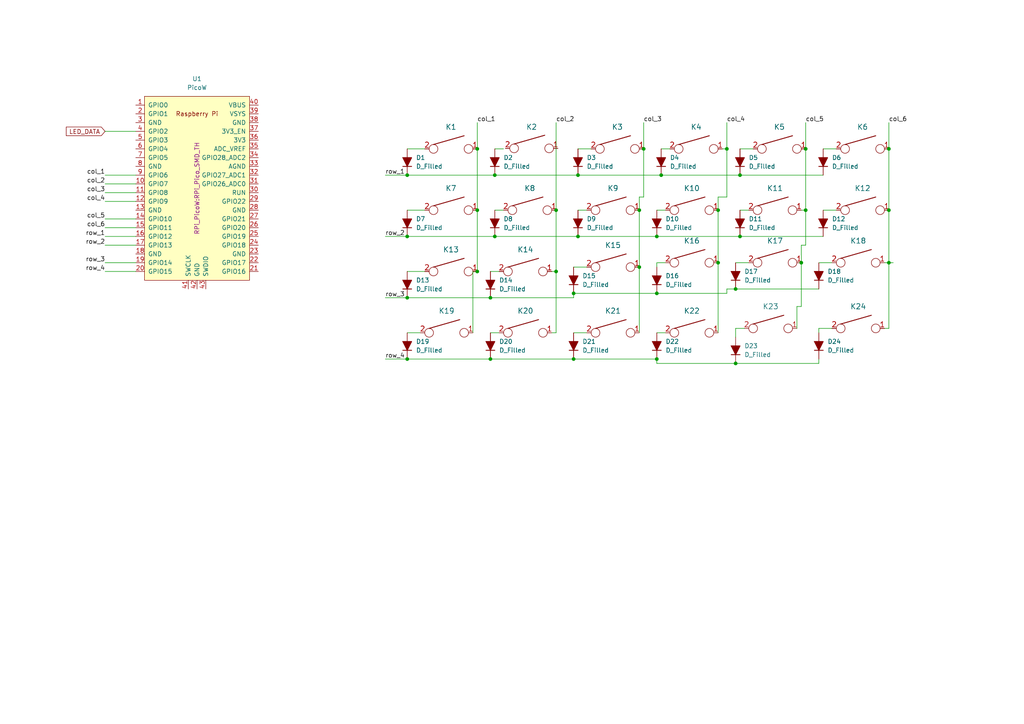
<source format=kicad_sch>
(kicad_sch (version 20231120) (generator "eeschema") (generator_version "8.0")
  (paper "A4")
  (lib_symbols
    (symbol "Device:D_Filled" (pin_numbers hide) (pin_names (offset 1.016) hide)
      (property "Reference" "D" (at 0 2.54 0))
      (property "Value" "D_Filled" (at 0 -2.54 0))
      (symbol "D_Filled_0_1"
        (polyline (pts (xy -1.27 1.27) (xy -1.27 -1.27)) (stroke (width 0.254)))
        (polyline (pts (xy 1.27 0) (xy -1.27 0)))
        (polyline (pts (xy 1.27 1.27) (xy 1.27 -1.27) (xy -1.27 0) (xy 1.27 1.27)) (stroke (width 0.254)) (fill (type outline)))
      )
      (symbol "D_Filled_1_1"
        (pin passive line (at -3.81 0 0) (length 2.54) (name "K") (number "1"))
        (pin passive line (at 3.81 0 180) (length 2.54) (name "A") (number "2"))
      )
    )
    (symbol "LED:SK6812" (pin_names (offset 0.254))
      (property "Reference" "D" (at 5.08 5.715 0))
      (property "Value" "SK6812" (at 1.27 -5.715 0))
      (symbol "SK6812_0_0"
        (text "RGB" (at 2.286 -4.191 0) (effects (font (size 0.762 0.762))))
      )
      (symbol "SK6812_0_1"
        (polyline (pts (xy 1.27 -3.556) (xy 1.778 -3.556)))
        (polyline (pts (xy 1.27 -2.54) (xy 1.778 -2.54)))
        (polyline (pts (xy 4.699 -3.556) (xy 2.667 -3.556)))
        (polyline (pts (xy 2.286 -2.54) (xy 1.27 -3.556) (xy 1.27 -3.048)))
        (polyline (pts (xy 2.286 -1.524) (xy 1.27 -2.54) (xy 1.27 -2.032)))
        (polyline (pts (xy 3.683 -1.016) (xy 3.683 -3.556) (xy 3.683 -4.064)))
        (polyline (pts (xy 4.699 -1.524) (xy 2.667 -1.524) (xy 3.683 -3.556) (xy 4.699 -1.524)))
        (rectangle (start 5.08 5.08) (end -5.08 -5.08) (stroke (width 0.254)) (fill (type background)))
      )
      (symbol "SK6812_1_1"
        (pin power_in line (at 0 -7.62 90) (length 2.54) (name "VSS") (number "1"))
        (pin input line (at -7.62 0 0) (length 2.54) (name "DIN") (number "2"))
        (pin power_in line (at 0 7.62 270) (length 2.54) (name "VDD") (number "3"))
        (pin output line (at 7.62 0 180) (length 2.54) (name "DOUT") (number "4"))
      )
    )
    (symbol "keyboard_parts:KEYSW" (pin_names (offset 1.016))
      (property "Reference" "K?" (at -1.27 0 0))
      (symbol "KEYSW_0_1"
        (circle (center -5.08 0) (radius 1.27))
        (polyline (pts (xy -5.08 1.27) (xy 3.81 3.81)) (stroke (width 0.254)))
        (circle (center 5.08 0) (radius 1.27))
      )
      (symbol "KEYSW_1_1"
        (pin passive line (at 7.62 0 180) (length 1.27) (name "~") (number "1"))
        (pin passive line (at -7.62 0 0) (length 1.27) (name "~") (number "2"))
      )
    )
    (symbol "pi:PicoW" (pin_names (offset 1.016))
      (property "Reference" "U" (at -13.97 27.94 0))
      (property "Value" "PicoW" (at 0 19.05 0))
      (symbol "PicoW_0_0"
        (text "Raspberry Pi" (at 0 21.59 0) (effects (font (size 1.27 1.27))))
      )
      (symbol "PicoW_0_1"
        (rectangle (start -15.24 26.67) (end 15.24 -26.67) (fill (type background)))
      )
      (symbol "PicoW_1_1"
        (pin bidirectional line (at -17.78 24.13 0) (length 2.54) (name "GPIO0") (number "1"))
        (pin bidirectional line (at -17.78 1.27 0) (length 2.54) (name "GPIO7") (number "10"))
        (pin bidirectional line (at -17.78 -1.27 0) (length 2.54) (name "GPIO8") (number "11"))
        (pin bidirectional line (at -17.78 -3.81 0) (length 2.54) (name "GPIO9") (number "12"))
        (pin power_in line (at -17.78 -6.35 0) (length 2.54) (name "GND") (number "13"))
        (pin bidirectional line (at -17.78 -8.89 0) (length 2.54) (name "GPIO10") (number "14"))
        (pin bidirectional line (at -17.78 -11.43 0) (length 2.54) (name "GPIO11") (number "15"))
        (pin bidirectional line (at -17.78 -13.97 0) (length 2.54) (name "GPIO12") (number "16"))
        (pin bidirectional line (at -17.78 -16.51 0) (length 2.54) (name "GPIO13") (number "17"))
        (pin power_in line (at -17.78 -19.05 0) (length 2.54) (name "GND") (number "18"))
        (pin bidirectional line (at -17.78 -21.59 0) (length 2.54) (name "GPIO14") (number "19"))
        (pin bidirectional line (at -17.78 21.59 0) (length 2.54) (name "GPIO1") (number "2"))
        (pin bidirectional line (at -17.78 -24.13 0) (length 2.54) (name "GPIO15") (number "20"))
        (pin bidirectional line (at 17.78 -24.13 180) (length 2.54) (name "GPIO16") (number "21"))
        (pin bidirectional line (at 17.78 -21.59 180) (length 2.54) (name "GPIO17") (number "22"))
        (pin power_in line (at 17.78 -19.05 180) (length 2.54) (name "GND") (number "23"))
        (pin bidirectional line (at 17.78 -16.51 180) (length 2.54) (name "GPIO18") (number "24"))
        (pin bidirectional line (at 17.78 -13.97 180) (length 2.54) (name "GPIO19") (number "25"))
        (pin bidirectional line (at 17.78 -11.43 180) (length 2.54) (name "GPIO20") (number "26"))
        (pin bidirectional line (at 17.78 -8.89 180) (length 2.54) (name "GPIO21") (number "27"))
        (pin power_in line (at 17.78 -6.35 180) (length 2.54) (name "GND") (number "28"))
        (pin bidirectional line (at 17.78 -3.81 180) (length 2.54) (name "GPIO22") (number "29"))
        (pin power_in line (at -17.78 19.05 0) (length 2.54) (name "GND") (number "3"))
        (pin input line (at 17.78 -1.27 180) (length 2.54) (name "RUN") (number "30"))
        (pin bidirectional line (at 17.78 1.27 180) (length 2.54) (name "GPIO26_ADC0") (number "31"))
        (pin bidirectional line (at 17.78 3.81 180) (length 2.54) (name "GPIO27_ADC1") (number "32"))
        (pin power_in line (at 17.78 6.35 180) (length 2.54) (name "AGND") (number "33"))
        (pin bidirectional line (at 17.78 8.89 180) (length 2.54) (name "GPIO28_ADC2") (number "34"))
        (pin unspecified line (at 17.78 11.43 180) (length 2.54) (name "ADC_VREF") (number "35"))
        (pin unspecified line (at 17.78 13.97 180) (length 2.54) (name "3V3") (number "36"))
        (pin input line (at 17.78 16.51 180) (length 2.54) (name "3V3_EN") (number "37"))
        (pin bidirectional line (at 17.78 19.05 180) (length 2.54) (name "GND") (number "38"))
        (pin unspecified line (at 17.78 21.59 180) (length 2.54) (name "VSYS") (number "39"))
        (pin bidirectional line (at -17.78 16.51 0) (length 2.54) (name "GPIO2") (number "4"))
        (pin unspecified line (at 17.78 24.13 180) (length 2.54) (name "VBUS") (number "40"))
        (pin input line (at -2.54 -29.21 90) (length 2.54) (name "SWCLK") (number "41"))
        (pin power_in line (at 0 -29.21 90) (length 2.54) (name "GND") (number "42"))
        (pin bidirectional line (at 2.54 -29.21 90) (length 2.54) (name "SWDIO") (number "43"))
        (pin bidirectional line (at -17.78 13.97 0) (length 2.54) (name "GPIO3") (number "5"))
        (pin bidirectional line (at -17.78 11.43 0) (length 2.54) (name "GPIO4") (number "6"))
        (pin bidirectional line (at -17.78 8.89 0) (length 2.54) (name "GPIO5") (number "7"))
        (pin power_in line (at -17.78 6.35 0) (length 2.54) (name "GND") (number "8"))
        (pin bidirectional line (at -17.78 3.81 0) (length 2.54) (name "GPIO6") (number "9"))
      )
    )
    (symbol "power:GND" (power) (pin_numbers hide) (pin_names (offset 0) hide)
      (property "Value" "GND" (at 0 -3.81 0))
      (symbol "GND_0_1"
        (polyline (pts (xy 0 0) (xy 0 -1.27) (xy 1.27 -1.27) (xy 0 -2.54) (xy -1.27 -1.27) (xy 0 -1.27)))
      )
      (symbol "GND_1_1"
        (pin power_in line (at 0 0 270) (length 0) (name "~") (number "1"))
      )
    )
  )
  (junction (at 143.51 68.58))
  (junction (at 170.18 -134.62))
  (junction (at 252.73 -114.3))
  (junction (at 213.36 83.82))
  (junction (at 127 -149.86))
  (junction (at 170.18 -114.3))
  (junction (at 190.5 -129.54))
  (junction (at 212.09 -153.67))
  (junction (at 190.5 85.09))
  (junction (at 138.43 60.96))
  (junction (at 167.64 68.58))
  (junction (at 257.81 43.18))
  (junction (at 118.11 68.58))
  (junction (at 148.59 -95.25))
  (junction (at 233.68 43.18))
  (junction (at 148.59 -168.91))
  (junction (at 161.29 78.74))
  (junction (at 170.18 -168.91))
  (junction (at 208.28 76.2))
  (junction (at 186.69 43.18))
  (junction (at 212.09 -129.54))
  (junction (at 166.37 104.14))
  (junction (at 232.41 -168.91))
  (junction (at 232.41 -129.54))
  (junction (at 185.42 77.47))
  (junction (at 118.11 50.8))
  (junction (at 190.5 -114.3))
  (junction (at 257.81 76.2))
  (junction (at 213.36 105.41))
  (junction (at 148.59 -114.3))
  (junction (at 212.09 -114.3))
  (junction (at 143.51 50.8))
  (junction (at 190.5 -149.86))
  (junction (at 127 -114.3))
  (junction (at 142.24 86.36))
  (junction (at 232.41 76.2))
  (junction (at 148.59 -134.62))
  (junction (at 161.29 60.96))
  (junction (at 115.57 -168.91))
  (junction (at 232.41 -153.67))
  (junction (at 170.18 -153.67))
  (junction (at 118.11 86.36))
  (junction (at 232.41 -134.62))
  (junction (at 212.09 -149.86))
  (junction (at 170.18 -149.86))
  (junction (at 166.37 85.09))
  (junction (at 148.59 -149.86))
  (junction (at 148.59 -129.54))
  (junction (at 115.57 -134.62))
  (junction (at 190.5 104.14))
  (junction (at 167.64 50.8))
  (junction (at 232.41 -149.86))
  (junction (at 190.5 68.58))
  (junction (at 142.24 104.14))
  (junction (at 232.41 -95.25))
  (junction (at 115.57 -129.54))
  (junction (at 190.5 -134.62))
  (junction (at 214.63 50.8))
  (junction (at 210.82 43.18))
  (junction (at 212.09 -134.62))
  (junction (at 190.5 -153.67))
  (junction (at 257.81 60.96))
  (junction (at 212.09 -95.25))
  (junction (at 190.5 -168.91))
  (junction (at 191.77 50.8))
  (junction (at 148.59 -153.67))
  (junction (at 170.18 -95.25))
  (junction (at 212.09 -168.91))
  (junction (at 138.43 43.18))
  (junction (at 185.42 60.96))
  (junction (at 190.5 -95.25))
  (junction (at 214.63 68.58))
  (junction (at 208.28 60.96))
  (junction (at 138.43 78.74))
  (junction (at 233.68 60.96))
  (junction (at 118.11 104.14))
  (junction (at 232.41 -114.3))
  (junction (at 170.18 -129.54))
  (no_connect (at 140.97 -102.87))
  (wire (pts (xy 30.48 63.5) (xy 39.37 63.5)))
  (wire (pts (xy 167.64 43.18) (xy 171.45 43.18)))
  (wire (pts (xy 191.77 43.18) (xy 194.31 43.18)))
  (wire (pts (xy 138.43 35.56) (xy 138.43 43.18)))
  (wire (pts (xy 30.48 71.12) (xy 39.37 71.12)))
  (wire (pts (xy 148.59 -149.86) (xy 170.18 -149.86)))
  (wire (pts (xy 193.04 76.2) (xy 190.5 76.2)))
  (wire (pts (xy 115.57 -129.54) (xy 115.57 -95.25)))
  (wire (pts (xy 271.78 -121.92) (xy 271.78 -102.87)))
  (wire (pts (xy 252.73 -129.54) (xy 232.41 -129.54)))
  (wire (pts (xy 148.59 -153.67) (xy 127 -153.67)))
  (wire (pts (xy 127 -149.86) (xy 127 -114.3)))
  (wire (pts (xy 185.42 60.96) (xy 185.42 57.15)))
  (wire (pts (xy 214.63 43.18) (xy 218.44 43.18)))
  (wire (pts (xy 148.59 -114.3) (xy 127 -114.3)))
  (wire (pts (xy 185.42 77.47) (xy 185.42 60.96)))
  (wire (pts (xy 30.48 68.58) (xy 39.37 68.58)))
  (wire (pts (xy 213.36 76.2) (xy 217.17 76.2)))
  (wire (pts (xy 166.37 86.36) (xy 166.37 85.09)))
  (wire (pts (xy 212.09 -168.91) (xy 190.5 -168.91)))
  (wire (pts (xy 214.63 68.58) (xy 238.76 68.58)))
  (wire (pts (xy 148.59 -114.3) (xy 148.59 -110.49)))
  (wire (pts (xy 214.63 50.8) (xy 238.76 50.8)))
  (wire (pts (xy 143.51 50.8) (xy 167.64 50.8)))
  (wire (pts (xy 213.36 83.82) (xy 237.49 83.82)))
  (wire (pts (xy 190.5 -134.62) (xy 212.09 -134.62)))
  (wire (pts (xy 143.51 43.18) (xy 146.05 43.18)))
  (wire (pts (xy 170.18 -134.62) (xy 190.5 -134.62)))
  (wire (pts (xy 115.57 -134.62) (xy 148.59 -134.62)))
  (wire (pts (xy 166.37 77.47) (xy 170.18 77.47)))
  (wire (pts (xy 118.11 96.52) (xy 121.92 96.52)))
  (wire (pts (xy 118.11 86.36) (xy 142.24 86.36)))
  (wire (pts (xy 198.12 -142.24) (xy 204.47 -142.24)))
  (wire (pts (xy 166.37 96.52) (xy 170.18 96.52)))
  (wire (pts (xy 142.24 86.36) (xy 166.37 86.36)))
  (wire (pts (xy 271.78 -142.24) (xy 260.35 -142.24)))
  (wire (pts (xy 115.57 -134.62) (xy 115.57 -129.54)))
  (wire (pts (xy 148.59 -134.62) (xy 170.18 -134.62)))
  (wire (pts (xy 142.24 104.14) (xy 166.37 104.14)))
  (wire (pts (xy 134.62 -161.29) (xy 140.97 -161.29)))
  (wire (pts (xy 190.5 105.41) (xy 190.5 104.14)))
  (wire (pts (xy 134.62 -121.92) (xy 140.97 -121.92)))
  (wire (pts (xy 186.69 35.56) (xy 186.69 43.18)))
  (wire (pts (xy 166.37 85.09) (xy 190.5 85.09)))
  (wire (pts (xy 167.64 60.96) (xy 170.18 60.96)))
  (wire (pts (xy 148.59 -95.25) (xy 115.57 -95.25)))
  (wire (pts (xy 257.81 95.25) (xy 257.81 76.2)))
  (wire (pts (xy 170.18 -95.25) (xy 148.59 -95.25)))
  (wire (pts (xy 30.48 55.88) (xy 39.37 55.88)))
  (wire (pts (xy 170.18 -129.54) (xy 148.59 -129.54)))
  (wire (pts (xy 30.48 58.42) (xy 39.37 58.42)))
  (wire (pts (xy 219.71 -102.87) (xy 224.79 -102.87)))
  (wire (pts (xy 190.5 68.58) (xy 214.63 68.58)))
  (wire (pts (xy 219.71 -142.24) (xy 224.79 -142.24)))
  (wire (pts (xy 252.73 -114.3) (xy 252.73 -110.49)))
  (wire (pts (xy 238.76 43.18) (xy 242.57 43.18)))
  (wire (pts (xy 170.18 -153.67) (xy 148.59 -153.67)))
  (wire (pts (xy 148.59 -168.91) (xy 115.57 -168.91)))
  (wire (pts (xy 232.41 71.12) (xy 233.68 71.12)))
  (wire (pts (xy 213.36 83.82) (xy 210.82 83.82)))
  (wire (pts (xy 30.48 66.04) (xy 39.37 66.04)))
  (wire (pts (xy 232.41 -168.91) (xy 212.09 -168.91)))
  (wire (pts (xy 161.29 78.74) (xy 160.02 78.74)))
  (wire (pts (xy 237.49 105.41) (xy 213.36 105.41)))
  (wire (pts (xy 161.29 60.96) (xy 161.29 78.74)))
  (wire (pts (xy 127 -153.67) (xy 127 -149.86)))
  (wire (pts (xy 212.09 -114.3) (xy 212.09 -110.49)))
  (wire (pts (xy 30.48 38.1) (xy 39.37 38.1)))
  (wire (pts (xy 219.71 -121.92) (xy 224.79 -121.92)))
  (wire (pts (xy 231.14 88.9) (xy 232.41 88.9)))
  (wire (pts (xy 156.21 -121.92) (xy 162.56 -121.92)))
  (wire (pts (xy 260.35 -121.92) (xy 271.78 -121.92)))
  (wire (pts (xy 115.57 -168.91) (xy 115.57 -134.62)))
  (wire (pts (xy 257.81 35.56) (xy 257.81 43.18)))
  (wire (pts (xy 190.5 -153.67) (xy 170.18 -153.67)))
  (wire (pts (xy 30.48 78.74) (xy 39.37 78.74)))
  (wire (pts (xy 118.11 60.96) (xy 123.19 60.96)))
  (wire (pts (xy 198.12 -102.87) (xy 204.47 -102.87)))
  (wire (pts (xy 177.8 -121.92) (xy 182.88 -121.92)))
  (wire (pts (xy 208.28 76.2) (xy 208.28 60.96)))
  (wire (pts (xy 232.41 76.2) (xy 232.41 71.12)))
  (wire (pts (xy 237.49 104.14) (xy 237.49 105.41)))
  (wire (pts (xy 190.5 -95.25) (xy 170.18 -95.25)))
  (wire (pts (xy 212.09 -134.62) (xy 232.41 -134.62)))
  (wire (pts (xy 232.41 88.9) (xy 232.41 76.2)))
  (wire (pts (xy 137.16 78.74) (xy 137.16 96.52)))
  (wire (pts (xy 259.08 76.2) (xy 257.81 76.2)))
  (wire (pts (xy 111.76 68.58) (xy 118.11 68.58)))
  (wire (pts (xy 111.76 104.14) (xy 118.11 104.14)))
  (wire (pts (xy 177.8 -142.24) (xy 182.88 -142.24)))
  (wire (pts (xy 156.21 -161.29) (xy 162.56 -161.29)))
  (wire (pts (xy 233.68 60.96) (xy 232.41 60.96)))
  (wire (pts (xy 191.77 50.8) (xy 214.63 50.8)))
  (wire (pts (xy 190.5 76.2) (xy 190.5 77.47)))
  (wire (pts (xy 142.24 96.52) (xy 144.78 96.52)))
  (wire (pts (xy 137.16 78.74) (xy 138.43 78.74)))
  (wire (pts (xy 215.9 95.25) (xy 213.36 95.25)))
  (wire (pts (xy 118.11 43.18) (xy 123.19 43.18)))
  (wire (pts (xy 271.78 -161.29) (xy 271.78 -142.24)))
  (wire (pts (xy 237.49 76.2) (xy 241.3 76.2)))
  (wire (pts (xy 252.73 -168.91) (xy 232.41 -168.91)))
  (wire (pts (xy 232.41 -95.25) (xy 212.09 -95.25)))
  (wire (pts (xy 232.41 -129.54) (xy 212.09 -129.54)))
  (wire (pts (xy 252.73 -95.25) (xy 232.41 -95.25)))
  (wire (pts (xy 177.8 -102.87) (xy 182.88 -102.87)))
  (wire (pts (xy 257.81 43.18) (xy 257.81 60.96)))
  (wire (pts (xy 237.49 96.52) (xy 237.49 95.25)))
  (wire (pts (xy 190.5 -114.3) (xy 190.5 -110.49)))
  (wire (pts (xy 256.54 95.25) (xy 257.81 95.25)))
  (wire (pts (xy 115.57 -168.91) (xy 106.68 -168.91)))
  (wire (pts (xy 138.43 60.96) (xy 138.43 78.74)))
  (wire (pts (xy 177.8 -161.29) (xy 182.88 -161.29)))
  (wire (pts (xy 232.41 -114.3) (xy 252.73 -114.3)))
  (wire (pts (xy 212.09 -95.25) (xy 190.5 -95.25)))
  (wire (pts (xy 170.18 -149.86) (xy 190.5 -149.86)))
  (wire (pts (xy 240.03 -102.87) (xy 245.11 -102.87)))
  (wire (pts (xy 212.09 -153.67) (xy 190.5 -153.67)))
  (wire (pts (xy 237.49 95.25) (xy 241.3 95.25)))
  (wire (pts (xy 160.02 96.52) (xy 161.29 96.52)))
  (wire (pts (xy 210.82 85.09) (xy 190.5 85.09)))
  (wire (pts (xy 232.41 -134.62) (xy 252.73 -134.62)))
  (wire (pts (xy 260.35 -161.29) (xy 271.78 -161.29)))
  (wire (pts (xy 190.5 -129.54) (xy 170.18 -129.54)))
  (wire (pts (xy 214.63 60.96) (xy 217.17 60.96)))
  (wire (pts (xy 257.81 76.2) (xy 256.54 76.2)))
  (wire (pts (xy 212.09 -129.54) (xy 190.5 -129.54)))
  (wire (pts (xy 271.78 -102.87) (xy 260.35 -102.87)))
  (wire (pts (xy 167.64 50.8) (xy 191.77 50.8)))
  (wire (pts (xy 143.51 60.96) (xy 146.05 60.96)))
  (wire (pts (xy 148.59 -129.54) (xy 115.57 -129.54)))
  (wire (pts (xy 210.82 35.56) (xy 210.82 43.18)))
  (wire (pts (xy 118.11 68.58) (xy 143.51 68.58)))
  (wire (pts (xy 252.73 -153.67) (xy 232.41 -153.67)))
  (wire (pts (xy 127 -114.3) (xy 127 -111.76)))
  (wire (pts (xy 208.28 57.15) (xy 210.82 57.15)))
  (wire (pts (xy 213.36 105.41) (xy 190.5 105.41)))
  (wire (pts (xy 170.18 -114.3) (xy 170.18 -110.49)))
  (wire (pts (xy 232.41 -149.86) (xy 252.73 -149.86)))
  (wire (pts (xy 185.42 57.15) (xy 186.69 57.15)))
  (wire (pts (xy 167.64 68.58) (xy 190.5 68.58)))
  (wire (pts (xy 257.81 60.96) (xy 257.81 76.2)))
  (wire (pts (xy 212.09 -114.3) (xy 232.41 -114.3)))
  (wire (pts (xy 190.5 -168.91) (xy 170.18 -168.91)))
  (wire (pts (xy 233.68 60.96) (xy 233.68 71.12)))
  (wire (pts (xy 190.5 -149.86) (xy 212.09 -149.86)))
  (wire (pts (xy 190.5 -114.3) (xy 212.09 -114.3)))
  (wire (pts (xy 231.14 95.25) (xy 231.14 88.9)))
  (wire (pts (xy 118.11 78.74) (xy 123.19 78.74)))
  (wire (pts (xy 156.21 -142.24) (xy 162.56 -142.24)))
  (wire (pts (xy 186.69 57.15) (xy 186.69 43.18)))
  (wire (pts (xy 30.48 53.34) (xy 39.37 53.34)))
  (wire (pts (xy 166.37 104.14) (xy 190.5 104.14)))
  (wire (pts (xy 198.12 -161.29) (xy 204.47 -161.29)))
  (wire (pts (xy 238.76 60.96) (xy 242.57 60.96)))
  (wire (pts (xy 170.18 -114.3) (xy 190.5 -114.3)))
  (wire (pts (xy 190.5 60.96) (xy 193.04 60.96)))
  (wire (pts (xy 138.43 43.18) (xy 138.43 60.96)))
  (wire (pts (xy 118.11 50.8) (xy 143.51 50.8)))
  (wire (pts (xy 30.48 50.8) (xy 39.37 50.8)))
  (wire (pts (xy 170.18 -168.91) (xy 148.59 -168.91)))
  (wire (pts (xy 156.21 -102.87) (xy 162.56 -102.87)))
  (wire (pts (xy 240.03 -121.92) (xy 245.11 -121.92)))
  (wire (pts (xy 208.28 96.52) (xy 208.28 76.2)))
  (wire (pts (xy 233.68 43.18) (xy 233.68 60.96)))
  (wire (pts (xy 198.12 -121.92) (xy 204.47 -121.92)))
  (wire (pts (xy 111.76 50.8) (xy 118.11 50.8)))
  (wire (pts (xy 143.51 68.58) (xy 167.64 68.58)))
  (wire (pts (xy 30.48 76.2) (xy 39.37 76.2)))
  (wire (pts (xy 210.82 43.18) (xy 209.55 43.18)))
  (wire (pts (xy 140.97 -142.24) (xy 134.62 -142.24)))
  (wire (pts (xy 240.03 -161.29) (xy 245.11 -161.29)))
  (wire (pts (xy 190.5 96.52) (xy 193.04 96.52)))
  (wire (pts (xy 111.76 86.36) (xy 118.11 86.36)))
  (wire (pts (xy 118.11 104.14) (xy 142.24 104.14)))
  (wire (pts (xy 219.71 -161.29) (xy 224.79 -161.29)))
  (wire (pts (xy 134.62 -142.24) (xy 134.62 -121.92)))
  (wire (pts (xy 232.41 -114.3) (xy 232.41 -110.49)))
  (wire (pts (xy 213.36 95.25) (xy 213.36 97.79)))
  (wire (pts (xy 210.82 57.15) (xy 210.82 43.18)))
  (wire (pts (xy 233.68 35.56) (xy 233.68 43.18)))
  (wire (pts (xy 161.29 78.74) (xy 161.29 96.52)))
  (wire (pts (xy 142.24 78.74) (xy 144.78 78.74)))
  (wire (pts (xy 232.41 -153.67) (xy 212.09 -153.67)))
  (wire (pts (xy 240.03 -142.24) (xy 245.11 -142.24)))
  (wire (pts (xy 208.28 60.96) (xy 208.28 57.15)))
  (wire (pts (xy 212.09 -149.86) (xy 232.41 -149.86)))
  (wire (pts (xy 148.59 -114.3) (xy 170.18 -114.3)))
  (wire (pts (xy 185.42 96.52) (xy 185.42 77.47)))
  (wire (pts (xy 127 -149.86) (xy 148.59 -149.86)))
  (wire (pts (xy 210.82 83.82) (xy 210.82 85.09)))
  (wire (pts (xy 161.29 35.56) (xy 161.29 60.96)))
  (label "col_1" (at 30.48 50.8 180))
  (label "row_3" (at 111.76 86.36 0))
  (label "col_3" (at 186.69 35.56 0))
  (label "col_2" (at 161.29 35.56 0))
  (label "row_4" (at 111.76 104.14 0))
  (label "col_3" (at 30.48 55.88 180))
  (label "col_4" (at 210.82 35.56 0))
  (label "col_5" (at 30.48 63.5 180))
  (label "row_4" (at 30.48 78.74 180))
  (label "col_6" (at 257.81 35.56 0))
  (label "row_1" (at 30.48 68.58 180))
  (label "row_3" (at 30.48 76.2 180))
  (label "row_2" (at 111.76 68.58 0))
  (label "col_1" (at 138.43 35.56 0))
  (label "row_2" (at 30.48 71.12 180))
  (label "col_2" (at 30.48 53.34 180))
  (label "row_1" (at 111.76 50.8 0))
  (label "col_5" (at 233.68 35.56 0))
  (label "col_6" (at 30.48 66.04 180))
  (label "col_4" (at 30.48 58.42 180))
  (global_label "LED_DATA" (shape input) (at 30.48 38.1 180) (property "Intersheetrefs" "${INTERSHEET_REFS}" (effects (hide yes))))
  (global_label "5V" (shape input) (at 106.68 -168.91 180) (property "Intersheetrefs" "${INTERSHEET_REFS}" (effects (hide yes))))
  (global_label "LED_DATA" (shape input) (at 22.86 -167.64 180) (property "Intersheetrefs" "${INTERSHEET_REFS}" (effects (hide yes))))
  (symbol (lib_id "LED:SK6812") (at 190.5 -121.92 0) (unit 1)
    (property "Reference" "LED_15" (at 200.66 -128.2386 0))
    (property "Value" "SK6812" (at 200.66 -125.6986 0))
    (property "Footprint" "LED_SMD:LED_SK6812_PLCC4_5.0x5.0mm_P3.2mm" (effects (hide yes)))
    (property "Datasheet" "https://cdn-shop.adafruit.com/product-files/1138/SK6812+LED+datasheet+.pdf" (effects (hide yes)))
    (property "Description" "RGB LED with integrated controller" (effects (hide yes)))
  )
  (symbol (lib_id "LED:SK6812") (at 252.73 -142.24 180) (unit 1)
    (property "Reference" "LED_7" (at 262.89 -147.7362 0))
    (property "Value" "SK6812" (at 262.89 -145.1962 0))
    (property "Footprint" "LED_SMD:LED_SK6812_PLCC4_5.0x5.0mm_P3.2mm" (effects (hide yes)))
    (property "Datasheet" "https://cdn-shop.adafruit.com/product-files/1138/SK6812+LED+datasheet+.pdf" (effects (hide yes)))
    (property "Description" "RGB LED with integrated controller" (effects (hide yes)))
  )
  (symbol (lib_id "Device:D_Filled") (at 143.51 64.77 90) (unit 1)
    (property "Reference" "D8" (at 146.05 63.4999 90) (effects (justify right)))
    (property "Value" "D_Filled" (at 146.05 66.0399 90) (effects (justify right)))
    (property "Description" "Diode, filled shape" (effects (hide yes)))
    (property "Sim.Device" "D" (effects (hide yes)))
    (property "Sim.Pins" "1=K 2=A" (effects (hide yes)))
  )
  (symbol (lib_id "Device:D_Filled") (at 118.11 82.55 90) (unit 1)
    (property "Reference" "D13" (at 120.65 81.2799 90) (effects (justify right)))
    (property "Value" "D_Filled" (at 120.65 83.8199 90) (effects (justify right)))
    (property "Description" "Diode, filled shape" (effects (hide yes)))
    (property "Sim.Device" "D" (effects (hide yes)))
    (property "Sim.Pins" "1=K 2=A" (effects (hide yes)))
  )
  (symbol (lib_id "keyboard_parts:KEYSW") (at 177.8 96.52 0) (unit 1)
    (property "Reference" "K21" (at 177.8 90.17 0) (effects (font (size 1.524 1.524))))
    (property "Value" "KEYSW" (effects (hide yes)))
  )
  (symbol (lib_id "LED:SK6812") (at 212.09 -121.92 0) (unit 1)
    (property "Reference" "LED_16" (at 222.25 -128.2386 0))
    (property "Value" "SK6812" (at 222.25 -125.6986 0))
    (property "Footprint" "LED_SMD:LED_SK6812_PLCC4_5.0x5.0mm_P3.2mm" (effects (hide yes)))
    (property "Datasheet" "https://cdn-shop.adafruit.com/product-files/1138/SK6812+LED+datasheet+.pdf" (effects (hide yes)))
    (property "Description" "RGB LED with integrated controller" (effects (hide yes)))
  )
  (symbol (lib_id "keyboard_parts:KEYSW") (at 179.07 43.18 0) (unit 1)
    (property "Reference" "K3" (at 179.07 36.83 0) (effects (font (size 1.524 1.524))))
    (property "Value" "KEYSW" (effects (hide yes)))
  )
  (symbol (lib_id "Device:D_Filled") (at 167.64 46.99 90) (unit 1)
    (property "Reference" "D3" (at 170.18 45.7199 90) (effects (justify right)))
    (property "Value" "D_Filled" (at 170.18 48.2599 90) (effects (justify right)))
    (property "Description" "Diode, filled shape" (effects (hide yes)))
    (property "Sim.Device" "D" (effects (hide yes)))
    (property "Sim.Pins" "1=K 2=A" (effects (hide yes)))
  )
  (symbol (lib_id "keyboard_parts:KEYSW") (at 248.92 76.2 0) (unit 1)
    (property "Reference" "K18" (at 248.92 69.85 0) (effects (font (size 1.524 1.524))))
    (property "Value" "KEYSW" (effects (hide yes)))
  )
  (symbol (lib_id "keyboard_parts:KEYSW") (at 224.79 76.2 0) (unit 1)
    (property "Reference" "K17" (at 224.79 69.85 0) (effects (font (size 1.524 1.524))))
    (property "Value" "KEYSW" (effects (hide yes)))
  )
  (symbol (lib_id "keyboard_parts:KEYSW") (at 154.1957 43.0321 0) (unit 1)
    (property "Reference" "K2" (at 154.1957 36.83 0) (effects (font (size 1.524 1.524))))
    (property "Value" "KEYSW" (effects (hide yes)))
  )
  (symbol (lib_id "LED:SK6812") (at 148.59 -102.87 180) (unit 1)
    (property "Reference" "LED_24" (at 158.75 -108.3662 0))
    (property "Value" "SK6812" (at 158.75 -105.8262 0))
    (property "Footprint" "LED_SMD:LED_SK6812_PLCC4_5.0x5.0mm_P3.2mm" (effects (hide yes)))
    (property "Datasheet" "https://cdn-shop.adafruit.com/product-files/1138/SK6812+LED+datasheet+.pdf" (effects (hide yes)))
    (property "Description" "RGB LED with integrated controller" (effects (hide yes)))
  )
  (symbol (lib_id "Device:D_Filled") (at 237.49 100.33 90) (unit 1)
    (property "Reference" "D24" (at 240.03 99.0599 90) (effects (justify right)))
    (property "Value" "D_Filled" (at 240.03 101.5999 90) (effects (justify right)))
    (property "Description" "Diode, filled shape" (effects (hide yes)))
    (property "Sim.Device" "D" (effects (hide yes)))
    (property "Sim.Pins" "1=K 2=A" (effects (hide yes)))
  )
  (symbol (lib_id "Device:D_Filled") (at 213.36 101.6 90) (unit 1)
    (property "Reference" "D23" (at 215.9 100.3299 90) (effects (justify right)))
    (property "Value" "D_Filled" (at 215.9 102.8699 90) (effects (justify right)))
    (property "Description" "Diode, filled shape" (effects (hide yes)))
    (property "Sim.Device" "D" (effects (hide yes)))
    (property "Sim.Pins" "1=K 2=A" (effects (hide yes)))
  )
  (symbol (lib_id "LED:SK6812") (at 148.59 -121.92 0) (unit 1)
    (property "Reference" "LED_13" (at 158.75 -128.2386 0))
    (property "Value" "SK6812" (at 158.75 -125.6986 0))
    (property "Footprint" "LED_SMD:LED_SK6812_PLCC4_5.0x5.0mm_P3.2mm" (effects (hide yes)))
    (property "Datasheet" "https://cdn-shop.adafruit.com/product-files/1138/SK6812+LED+datasheet+.pdf" (effects (hide yes)))
    (property "Description" "RGB LED with integrated controller" (effects (hide yes)))
  )
  (symbol (lib_id "LED:SK6812") (at 170.18 -161.29 0) (unit 1)
    (property "Reference" "LED_2" (at 180.34 -167.6086 0))
    (property "Value" "SK6812" (at 180.34 -165.0686 0))
    (property "Footprint" "LED_SMD:LED_SK6812_PLCC4_5.0x5.0mm_P3.2mm" (effects (hide yes)))
    (property "Datasheet" "https://cdn-shop.adafruit.com/product-files/1138/SK6812+LED+datasheet+.pdf" (effects (hide yes)))
    (property "Description" "RGB LED with integrated controller" (effects (hide yes)))
  )
  (symbol (lib_id "Device:D_Filled") (at 238.76 64.77 90) (unit 1)
    (property "Reference" "D12" (at 241.3 63.4999 90) (effects (justify right)))
    (property "Value" "D_Filled" (at 241.3 66.0399 90) (effects (justify right)))
    (property "Description" "Diode, filled shape" (effects (hide yes)))
    (property "Sim.Device" "D" (effects (hide yes)))
    (property "Sim.Pins" "1=K 2=A" (effects (hide yes)))
  )
  (symbol (lib_id "keyboard_parts:KEYSW") (at 201.93 43.18 0) (unit 1)
    (property "Reference" "K4" (at 201.93 36.83 0) (effects (font (size 1.524 1.524))))
    (property "Value" "KEYSW" (effects (hide yes)))
  )
  (symbol (lib_id "LED:SK6812") (at 232.41 -121.92 0) (unit 1)
    (property "Reference" "LED_17" (at 242.57 -128.2386 0))
    (property "Value" "SK6812" (at 242.57 -125.6986 0))
    (property "Footprint" "LED_SMD:LED_SK6812_PLCC4_5.0x5.0mm_P3.2mm" (effects (hide yes)))
    (property "Datasheet" "https://cdn-shop.adafruit.com/product-files/1138/SK6812+LED+datasheet+.pdf" (effects (hide yes)))
    (property "Description" "RGB LED with integrated controller" (effects (hide yes)))
  )
  (symbol (lib_id "Device:D_Filled") (at 190.5 64.77 90) (unit 1)
    (property "Reference" "D10" (at 193.04 63.4999 90) (effects (justify right)))
    (property "Value" "D_Filled" (at 193.04 66.0399 90) (effects (justify right)))
    (property "Description" "Diode, filled shape" (effects (hide yes)))
    (property "Sim.Device" "D" (effects (hide yes)))
    (property "Sim.Pins" "1=K 2=A" (effects (hide yes)))
  )
  (symbol (lib_id "Device:D_Filled") (at 118.11 64.77 90) (unit 1)
    (property "Reference" "D7" (at 120.65 63.4999 90) (effects (justify right)))
    (property "Value" "D_Filled" (at 120.65 66.0399 90) (effects (justify right)))
    (property "Description" "Diode, filled shape" (effects (hide yes)))
    (property "Sim.Device" "D" (effects (hide yes)))
    (property "Sim.Pins" "1=K 2=A" (effects (hide yes)))
  )
  (symbol (lib_id "power:GND") (at 127 -111.76 0) (unit 1)
    (property "Reference" "#PWR01" (effects (hide yes)))
    (property "Value" "GND" (at 127 -105.41 0))
    (property "Description" "Power symbol creates a global label with name \"GND\" , ground" (effects (hide yes)))
  )
  (symbol (lib_id "keyboard_parts:KEYSW") (at 250.19 60.96 0) (unit 1)
    (property "Reference" "K12" (at 250.19 54.61 0) (effects (font (size 1.524 1.524))))
    (property "Value" "KEYSW" (effects (hide yes)))
  )
  (symbol (lib_id "Device:D_Filled") (at 238.76 46.99 90) (unit 1)
    (property "Reference" "D6" (at 241.3 45.7199 90) (effects (justify right)))
    (property "Value" "D_Filled" (at 241.3 48.2599 90) (effects (justify right)))
    (property "Description" "Diode, filled shape" (effects (hide yes)))
    (property "Sim.Device" "D" (effects (hide yes)))
    (property "Sim.Pins" "1=K 2=A" (effects (hide yes)))
  )
  (symbol (lib_id "keyboard_parts:KEYSW") (at 200.66 60.96 0) (unit 1)
    (property "Reference" "K10" (at 200.66 54.61 0) (effects (font (size 1.524 1.524))))
    (property "Value" "KEYSW" (effects (hide yes)))
  )
  (symbol (lib_id "Device:D_Filled") (at 237.49 80.01 90) (unit 1)
    (property "Reference" "D18" (at 240.03 78.7399 90) (effects (justify right)))
    (property "Value" "D_Filled" (at 240.03 81.2799 90) (effects (justify right)))
    (property "Description" "Diode, filled shape" (effects (hide yes)))
    (property "Sim.Device" "D" (effects (hide yes)))
    (property "Sim.Pins" "1=K 2=A" (effects (hide yes)))
  )
  (symbol (lib_id "keyboard_parts:KEYSW") (at 200.66 76.2 0) (unit 1)
    (property "Reference" "K16" (at 200.66 69.85 0) (effects (font (size 1.524 1.524))))
    (property "Value" "KEYSW" (effects (hide yes)))
  )
  (symbol (lib_id "LED:SK6812") (at 148.59 -161.29 0) (unit 1)
    (property "Reference" "LED_1" (at 158.75 -167.6086 0))
    (property "Value" "SK6812" (at 158.75 -165.0686 0))
    (property "Footprint" "LED_SMD:LED_SK6812_PLCC4_5.0x5.0mm_P3.2mm" (effects (hide yes)))
    (property "Datasheet" "https://cdn-shop.adafruit.com/product-files/1138/SK6812+LED+datasheet+.pdf" (effects (hide yes)))
    (property "Description" "RGB LED with integrated controller" (effects (hide yes)))
  )
  (symbol (lib_id "LED:SK6812") (at 190.5 -161.29 0) (unit 1)
    (property "Reference" "LED_3" (at 200.66 -167.6086 0))
    (property "Value" "SK6812" (at 200.66 -165.0686 0))
    (property "Footprint" "LED_SMD:LED_SK6812_PLCC4_5.0x5.0mm_P3.2mm" (effects (hide yes)))
    (property "Datasheet" "https://cdn-shop.adafruit.com/product-files/1138/SK6812+LED+datasheet+.pdf" (effects (hide yes)))
    (property "Description" "RGB LED with integrated controller" (effects (hide yes)))
  )
  (symbol (lib_id "keyboard_parts:KEYSW") (at 152.4 96.52 0) (unit 1)
    (property "Reference" "K20" (at 152.4 90.17 0) (effects (font (size 1.524 1.524))))
    (property "Value" "KEYSW" (effects (hide yes)))
  )
  (symbol (lib_id "keyboard_parts:KEYSW") (at 130.81 60.96 0) (unit 1)
    (property "Reference" "K7" (at 130.81 54.61 0) (effects (font (size 1.524 1.524))))
    (property "Value" "KEYSW" (effects (hide yes)))
  )
  (symbol (lib_id "Device:D_Filled") (at 213.36 80.01 90) (unit 1)
    (property "Reference" "D17" (at 215.9 78.7399 90) (effects (justify right)))
    (property "Value" "D_Filled" (at 215.9 81.2799 90) (effects (justify right)))
    (property "Description" "Diode, filled shape" (effects (hide yes)))
    (property "Sim.Device" "D" (effects (hide yes)))
    (property "Sim.Pins" "1=K 2=A" (effects (hide yes)))
  )
  (symbol (lib_id "Device:D_Filled") (at 190.5 81.28 90) (unit 1)
    (property "Reference" "D16" (at 193.04 80.0099 90) (effects (justify right)))
    (property "Value" "D_Filled" (at 193.04 82.5499 90) (effects (justify right)))
    (property "Description" "Diode, filled shape" (effects (hide yes)))
    (property "Sim.Device" "D" (effects (hide yes)))
    (property "Sim.Pins" "1=K 2=A" (effects (hide yes)))
  )
  (symbol (lib_id "LED:SK6812") (at 170.18 -102.87 180) (unit 1)
    (property "Reference" "LED_23" (at 180.34 -108.3662 0))
    (property "Value" "SK6812" (at 180.34 -105.8262 0))
    (property "Footprint" "LED_SMD:LED_SK6812_PLCC4_5.0x5.0mm_P3.2mm" (effects (hide yes)))
    (property "Datasheet" "https://cdn-shop.adafruit.com/product-files/1138/SK6812+LED+datasheet+.pdf" (effects (hide yes)))
    (property "Description" "RGB LED with integrated controller" (effects (hide yes)))
  )
  (symbol (lib_id "keyboard_parts:KEYSW") (at 152.4 78.74 0) (unit 1)
    (property "Reference" "K14" (at 152.4 72.39 0) (effects (font (size 1.524 1.524))))
    (property "Value" "KEYSW" (effects (hide yes)))
  )
  (symbol (lib_id "Device:D_Filled") (at 167.64 64.77 90) (unit 1)
    (property "Reference" "D9" (at 170.18 63.4999 90) (effects (justify right)))
    (property "Value" "D_Filled" (at 170.18 66.0399 90) (effects (justify right)))
    (property "Description" "Diode, filled shape" (effects (hide yes)))
    (property "Sim.Device" "D" (effects (hide yes)))
    (property "Sim.Pins" "1=K 2=A" (effects (hide yes)))
  )
  (symbol (lib_id "keyboard_parts:KEYSW") (at 130.81 78.74 0) (unit 1)
    (property "Reference" "K13" (at 130.81 72.39 0) (effects (font (size 1.524 1.524))))
    (property "Value" "KEYSW" (effects (hide yes)))
  )
  (symbol (lib_id "keyboard_parts:KEYSW") (at 248.92 95.25 0) (unit 1)
    (property "Reference" "K24" (at 248.92 88.9 0) (effects (font (size 1.524 1.524))))
    (property "Value" "KEYSW" (effects (hide yes)))
  )
  (symbol (lib_id "keyboard_parts:KEYSW") (at 177.8 77.47 0) (unit 1)
    (property "Reference" "K15" (at 177.8 71.12 0) (effects (font (size 1.524 1.524))))
    (property "Value" "KEYSW" (effects (hide yes)))
  )
  (symbol (lib_id "keyboard_parts:KEYSW") (at 226.06 43.18 0) (unit 1)
    (property "Reference" "K5" (at 226.06 36.83 0) (effects (font (size 1.524 1.524))))
    (property "Value" "KEYSW" (effects (hide yes)))
  )
  (symbol (lib_id "LED:SK6812") (at 232.41 -102.87 180) (unit 1)
    (property "Reference" "LED_20" (at 242.57 -108.3662 0))
    (property "Value" "SK6812" (at 242.57 -105.8262 0))
    (property "Footprint" "LED_SMD:LED_SK6812_PLCC4_5.0x5.0mm_P3.2mm" (effects (hide yes)))
    (property "Datasheet" "https://cdn-shop.adafruit.com/product-files/1138/SK6812+LED+datasheet+.pdf" (effects (hide yes)))
    (property "Description" "RGB LED with integrated controller" (effects (hide yes)))
  )
  (symbol (lib_id "pi:PicoW") (at 57.15 54.61 0) (unit 1)
    (property "Reference" "U1" (at 57.15 22.86 0))
    (property "Value" "PicoW" (at 57.15 25.4 0))
    (property "Footprint" "RPi_PicoW:RPi_Pico_SMD_TH" (at 57.15 54.61 90))
  )
  (symbol (lib_id "LED:SK6812") (at 148.59 -142.24 180) (unit 1)
    (property "Reference" "LED_12" (at 158.75 -147.7362 0))
    (property "Value" "SK6812" (at 158.75 -145.1962 0))
    (property "Footprint" "LED_SMD:LED_SK6812_PLCC4_5.0x5.0mm_P3.2mm" (effects (hide yes)))
    (property "Datasheet" "https://cdn-shop.adafruit.com/product-files/1138/SK6812+LED+datasheet+.pdf" (effects (hide yes)))
    (property "Description" "RGB LED with integrated controller" (effects (hide yes)))
  )
  (symbol (lib_id "Device:D_Filled") (at 143.51 46.99 90) (unit 1)
    (property "Reference" "D2" (at 146.05 45.7199 90) (effects (justify right)))
    (property "Value" "D_Filled" (at 146.05 48.2599 90) (effects (justify right)))
    (property "Description" "Diode, filled shape" (effects (hide yes)))
    (property "Sim.Device" "D" (effects (hide yes)))
    (property "Sim.Pins" "1=K 2=A" (effects (hide yes)))
  )
  (symbol (lib_id "keyboard_parts:KEYSW") (at 224.79 60.96 0) (unit 1)
    (property "Reference" "K11" (at 224.79 54.61 0) (effects (font (size 1.524 1.524))))
    (property "Value" "KEYSW" (effects (hide yes)))
  )
  (symbol (lib_id "LED:SK6812") (at 232.41 -161.29 0) (unit 1)
    (property "Reference" "LED_5" (at 242.57 -167.6086 0))
    (property "Value" "SK6812" (at 242.57 -165.0686 0))
    (property "Footprint" "LED_SMD:LED_SK6812_PLCC4_5.0x5.0mm_P3.2mm" (effects (hide yes)))
    (property "Datasheet" "https://cdn-shop.adafruit.com/product-files/1138/SK6812+LED+datasheet+.pdf" (effects (hide yes)))
    (property "Description" "RGB LED with integrated controller" (effects (hide yes)))
  )
  (symbol (lib_id "keyboard_parts:KEYSW") (at 250.19 43.18 0) (unit 1)
    (property "Reference" "K6" (at 250.19 36.83 0) (effects (font (size 1.524 1.524))))
    (property "Value" "KEYSW" (effects (hide yes)))
  )
  (symbol (lib_id "Device:D_Filled") (at 142.24 82.55 90) (unit 1)
    (property "Reference" "D14" (at 144.78 81.2799 90) (effects (justify right)))
    (property "Value" "D_Filled" (at 144.78 83.8199 90) (effects (justify right)))
    (property "Description" "Diode, filled shape" (effects (hide yes)))
    (property "Sim.Device" "D" (effects (hide yes)))
    (property "Sim.Pins" "1=K 2=A" (effects (hide yes)))
  )
  (symbol (lib_id "keyboard_parts:KEYSW") (at 130.81 43.18 0) (unit 1)
    (property "Reference" "K1" (at 130.81 36.83 0) (effects (font (size 1.524 1.524))))
    (property "Value" "KEYSW" (effects (hide yes)))
  )
  (symbol (lib_id "LED:SK6812") (at 252.73 -102.87 180) (unit 1)
    (property "Reference" "LED_19" (at 262.89 -108.3662 0))
    (property "Value" "SK6812" (at 262.89 -105.8262 0))
    (property "Footprint" "LED_SMD:LED_SK6812_PLCC4_5.0x5.0mm_P3.2mm" (effects (hide yes)))
    (property "Datasheet" "https://cdn-shop.adafruit.com/product-files/1138/SK6812+LED+datasheet+.pdf" (effects (hide yes)))
    (property "Description" "RGB LED with integrated controller" (effects (hide yes)))
  )
  (symbol (lib_id "Device:D_Filled") (at 191.77 46.99 90) (unit 1)
    (property "Reference" "D4" (at 194.31 45.7199 90) (effects (justify right)))
    (property "Value" "D_Filled" (at 194.31 48.2599 90) (effects (justify right)))
    (property "Description" "Diode, filled shape" (effects (hide yes)))
    (property "Sim.Device" "D" (effects (hide yes)))
    (property "Sim.Pins" "1=K 2=A" (effects (hide yes)))
  )
  (symbol (lib_id "LED:SK6812") (at 252.73 -161.29 0) (unit 1)
    (property "Reference" "LED_6" (at 262.89 -167.6086 0))
    (property "Value" "SK6812" (at 262.89 -165.0686 0))
    (property "Footprint" "LED_SMD:LED_SK6812_PLCC4_5.0x5.0mm_P3.2mm" (effects (hide yes)))
    (property "Datasheet" "https://cdn-shop.adafruit.com/product-files/1138/SK6812+LED+datasheet+.pdf" (effects (hide yes)))
    (property "Description" "RGB LED with integrated controller" (effects (hide yes)))
  )
  (symbol (lib_id "LED:SK6812") (at 232.41 -142.24 180) (unit 1)
    (property "Reference" "LED_8" (at 242.57 -147.7362 0))
    (property "Value" "SK6812" (at 242.57 -145.1962 0))
    (property "Footprint" "LED_SMD:LED_SK6812_PLCC4_5.0x5.0mm_P3.2mm" (effects (hide yes)))
    (property "Datasheet" "https://cdn-shop.adafruit.com/product-files/1138/SK6812+LED+datasheet+.pdf" (effects (hide yes)))
    (property "Description" "RGB LED with integrated controller" (effects (hide yes)))
  )
  (symbol (lib_id "Device:D_Filled") (at 214.63 64.77 90) (unit 1)
    (property "Reference" "D11" (at 217.17 63.4999 90) (effects (justify right)))
    (property "Value" "D_Filled" (at 217.17 66.0399 90) (effects (justify right)))
    (property "Description" "Diode, filled shape" (effects (hide yes)))
    (property "Sim.Device" "D" (effects (hide yes)))
    (property "Sim.Pins" "1=K 2=A" (effects (hide yes)))
  )
  (symbol (lib_id "Device:D_Filled") (at 142.24 100.33 90) (unit 1)
    (property "Reference" "D20" (at 144.78 99.0599 90) (effects (justify right)))
    (property "Value" "D_Filled" (at 144.78 101.5999 90) (effects (justify right)))
    (property "Description" "Diode, filled shape" (effects (hide yes)))
    (property "Sim.Device" "D" (effects (hide yes)))
    (property "Sim.Pins" "1=K 2=A" (effects (hide yes)))
  )
  (symbol (lib_id "Device:D_Filled") (at 166.37 100.33 90) (unit 1)
    (property "Reference" "D21" (at 168.91 99.0599 90) (effects (justify right)))
    (property "Value" "D_Filled" (at 168.91 101.5999 90) (effects (justify right)))
    (property "Description" "Diode, filled shape" (effects (hide yes)))
    (property "Sim.Device" "D" (effects (hide yes)))
    (property "Sim.Pins" "1=K 2=A" (effects (hide yes)))
  )
  (symbol (lib_id "LED:SK6812") (at 212.09 -142.24 180) (unit 1)
    (property "Reference" "LED_9" (at 222.25 -147.7362 0))
    (property "Value" "SK6812" (at 222.25 -145.1962 0))
    (property "Footprint" "LED_SMD:LED_SK6812_PLCC4_5.0x5.0mm_P3.2mm" (effects (hide yes)))
    (property "Datasheet" "https://cdn-shop.adafruit.com/product-files/1138/SK6812+LED+datasheet+.pdf" (effects (hide yes)))
    (property "Description" "RGB LED with integrated controller" (effects (hide yes)))
  )
  (symbol (lib_id "Device:D_Filled") (at 118.11 100.33 90) (unit 1)
    (property "Reference" "D19" (at 120.65 99.0599 90) (effects (justify right)))
    (property "Value" "D_Filled" (at 120.65 101.5999 90) (effects (justify right)))
    (property "Description" "Diode, filled shape" (effects (hide yes)))
    (property "Sim.Device" "D" (effects (hide yes)))
    (property "Sim.Pins" "1=K 2=A" (effects (hide yes)))
  )
  (symbol (lib_id "Device:D_Filled") (at 118.11 46.99 90) (unit 1)
    (property "Reference" "D1" (at 120.65 45.7199 90) (effects (justify right)))
    (property "Value" "D_Filled" (at 120.65 48.2599 90) (effects (justify right)))
    (property "Description" "Diode, filled shape" (effects (hide yes)))
    (property "Sim.Device" "D" (effects (hide yes)))
    (property "Sim.Pins" "1=K 2=A" (effects (hide yes)))
  )
  (symbol (lib_id "LED:SK6812") (at 190.5 -102.87 180) (unit 1)
    (property "Reference" "LED_22" (at 200.66 -108.3662 0))
    (property "Value" "SK6812" (at 200.66 -105.8262 0))
    (property "Footprint" "LED_SMD:LED_SK6812_PLCC4_5.0x5.0mm_P3.2mm" (effects (hide yes)))
    (property "Datasheet" "https://cdn-shop.adafruit.com/product-files/1138/SK6812+LED+datasheet+.pdf" (effects (hide yes)))
    (property "Description" "RGB LED with integrated controller" (effects (hide yes)))
  )
  (symbol (lib_id "keyboard_parts:KEYSW") (at 129.54 96.52 0) (unit 1)
    (property "Reference" "K19" (at 129.54 90.17 0) (effects (font (size 1.524 1.524))))
    (property "Value" "KEYSW" (effects (hide yes)))
  )
  (symbol (lib_id "LED:SK6812") (at 212.09 -161.29 0) (unit 1)
    (property "Reference" "LED_4" (at 222.25 -167.6086 0))
    (property "Value" "SK6812" (at 222.25 -165.0686 0))
    (property "Footprint" "LED_SMD:LED_SK6812_PLCC4_5.0x5.0mm_P3.2mm" (effects (hide yes)))
    (property "Datasheet" "https://cdn-shop.adafruit.com/product-files/1138/SK6812+LED+datasheet+.pdf" (effects (hide yes)))
    (property "Description" "RGB LED with integrated controller" (effects (hide yes)))
  )
  (symbol (lib_id "Device:D_Filled") (at 214.63 46.99 90) (unit 1)
    (property "Reference" "D5" (at 217.17 45.7199 90) (effects (justify right)))
    (property "Value" "D_Filled" (at 217.17 48.2599 90) (effects (justify right)))
    (property "Description" "Diode, filled shape" (effects (hide yes)))
    (property "Sim.Device" "D" (effects (hide yes)))
    (property "Sim.Pins" "1=K 2=A" (effects (hide yes)))
  )
  (symbol (lib_id "keyboard_parts:KEYSW") (at 223.52 95.25 0) (unit 1)
    (property "Reference" "K23" (at 223.52 88.9 0) (effects (font (size 1.524 1.524))))
    (property "Value" "KEYSW" (effects (hide yes)))
  )
  (symbol (lib_id "LED:SK6812") (at 170.18 -142.24 180) (unit 1)
    (property "Reference" "LED_11" (at 180.34 -147.7362 0))
    (property "Value" "SK6812" (at 180.34 -145.1962 0))
    (property "Footprint" "LED_SMD:LED_SK6812_PLCC4_5.0x5.0mm_P3.2mm" (effects (hide yes)))
    (property "Datasheet" "https://cdn-shop.adafruit.com/product-files/1138/SK6812+LED+datasheet+.pdf" (effects (hide yes)))
    (property "Description" "RGB LED with integrated controller" (effects (hide yes)))
  )
  (symbol (lib_id "LED:SK6812") (at 212.09 -102.87 180) (unit 1)
    (property "Reference" "LED_21" (at 222.25 -108.3662 0))
    (property "Value" "SK6812" (at 222.25 -105.8262 0))
    (property "Footprint" "LED_SMD:LED_SK6812_PLCC4_5.0x5.0mm_P3.2mm" (effects (hide yes)))
    (property "Datasheet" "https://cdn-shop.adafruit.com/product-files/1138/SK6812+LED+datasheet+.pdf" (effects (hide yes)))
    (property "Description" "RGB LED with integrated controller" (effects (hide yes)))
  )
  (symbol (lib_id "Device:D_Filled") (at 166.37 81.28 90) (unit 1)
    (property "Reference" "D15" (at 168.91 80.0099 90) (effects (justify right)))
    (property "Value" "D_Filled" (at 168.91 82.5499 90) (effects (justify right)))
    (property "Description" "Diode, filled shape" (effects (hide yes)))
    (property "Sim.Device" "D" (effects (hide yes)))
    (property "Sim.Pins" "1=K 2=A" (effects (hide yes)))
  )
  (symbol (lib_id "LED:SK6812") (at 190.5 -142.24 180) (unit 1)
    (property "Reference" "LED_10" (at 200.66 -147.7362 0))
    (property "Value" "SK6812" (at 200.66 -145.1962 0))
    (property "Footprint" "LED_SMD:LED_SK6812_PLCC4_5.0x5.0mm_P3.2mm" (effects (hide yes)))
    (property "Datasheet" "https://cdn-shop.adafruit.com/product-files/1138/SK6812+LED+datasheet+.pdf" (effects (hide yes)))
    (property "Description" "RGB LED with integrated controller" (effects (hide yes)))
  )
  (symbol (lib_id "LED:SK6812") (at 252.73 -121.92 0) (unit 1)
    (property "Reference" "LED_18" (at 262.89 -128.2386 0))
    (property "Value" "SK6812" (at 262.89 -125.6986 0))
    (property "Footprint" "LED_SMD:LED_SK6812_PLCC4_5.0x5.0mm_P3.2mm" (effects (hide yes)))
    (property "Datasheet" "https://cdn-shop.adafruit.com/product-files/1138/SK6812+LED+datasheet+.pdf" (effects (hide yes)))
    (property "Description" "RGB LED with integrated controller" (effects (hide yes)))
  )
  (symbol (lib_id "keyboard_parts:KEYSW") (at 200.66 96.52 0) (unit 1)
    (property "Reference" "K22" (at 200.66 90.17 0) (effects (font (size 1.524 1.524))))
    (property "Value" "KEYSW" (effects (hide yes)))
  )
  (symbol (lib_id "Device:D_Filled") (at 190.5 100.33 90) (unit 1)
    (property "Reference" "D22" (at 193.04 99.0599 90) (effects (justify right)))
    (property "Value" "D_Filled" (at 193.04 101.5999 90) (effects (justify right)))
    (property "Description" "Diode, filled shape" (effects (hide yes)))
    (property "Sim.Device" "D" (effects (hide yes)))
    (property "Sim.Pins" "1=K 2=A" (effects (hide yes)))
  )
  (symbol (lib_id "keyboard_parts:KEYSW") (at 177.8 60.96 0) (unit 1)
    (property "Reference" "K9" (at 177.8 54.61 0) (effects (font (size 1.524 1.524))))
    (property "Value" "KEYSW" (effects (hide yes)))
  )
  (symbol (lib_id "keyboard_parts:KEYSW") (at 153.67 60.96 0) (unit 1)
    (property "Reference" "K8" (at 153.67 54.61 0) (effects (font (size 1.524 1.524))))
    (property "Value" "KEYSW" (effects (hide yes)))
  )
  (symbol (lib_id "LED:SK6812") (at 170.18 -121.92 0) (unit 1)
    (property "Reference" "LED_14" (at 180.34 -128.2386 0))
    (property "Value" "SK6812" (at 180.34 -125.6986 0))
    (property "Footprint" "LED_SMD:LED_SK6812_PLCC4_5.0x5.0mm_P3.2mm" (effects (hide yes)))
    (property "Datasheet" "https://cdn-shop.adafruit.com/product-files/1138/SK6812+LED+datasheet+.pdf" (effects (hide yes)))
    (property "Description" "RGB LED with integrated controller" (effects (hide yes)))
  )
  (sheet (at -0.635 -191.135) (size 298.45 166.37) (stroke (width 0.1524))
    (property "Sheetname" "LEDs" (at -0.635 -191.8466 0) (effects (justify left bottom)))
    (property "Sheetfile" "untitled.kicad_sch" (at -0.635 -24.1804 0) (effects (justify left top)))
  )
)
</source>
